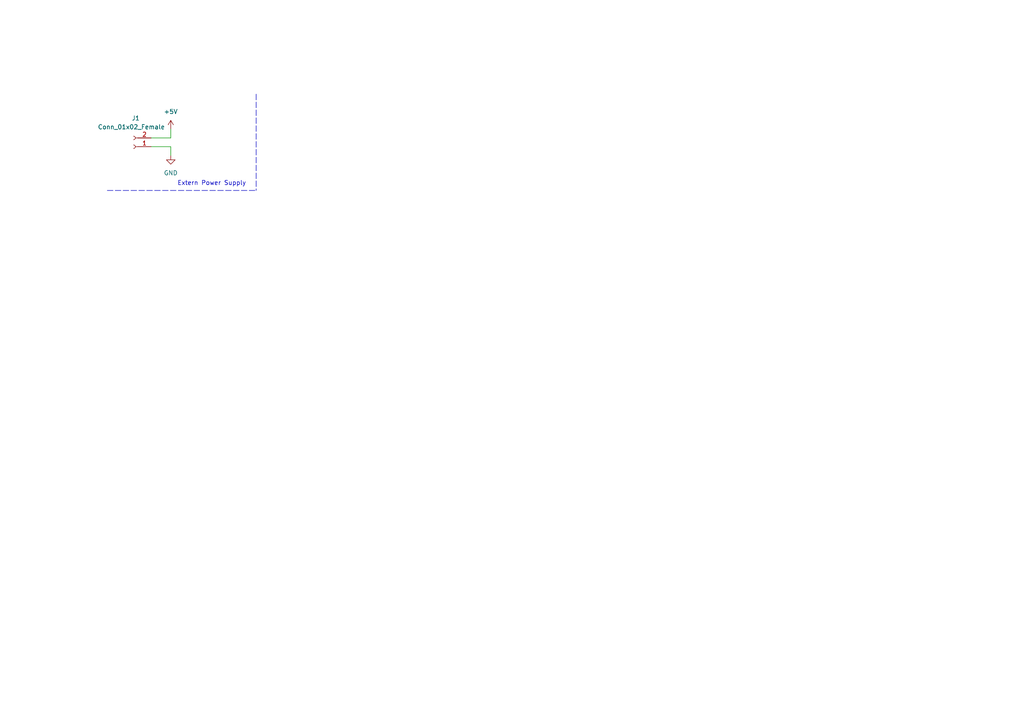
<source format=kicad_sch>
(kicad_sch (version 20211123) (generator eeschema)
  (paper "A4")
  (lib_symbols
    (symbol "Connector:Conn_01x02_Female" (pin_names (offset 1.016) hide)
      (property "Reference" "J" (at 0 2.54 0))
      (property "Value" "Conn_01x02_Female" (at 0 -5.08 0))
      (symbol "Conn_01x02_Female_1_1"
        (arc (start 0 -2.032) (mid -0.508 -2.54) (end 0 -3.048) (stroke (width 0.1524)))
        (polyline (pts (xy -1.27 -2.54) (xy -0.508 -2.54)) (stroke (width 0.1524)))
        (polyline (pts (xy -1.27 0) (xy -0.508 0)) (stroke (width 0.1524)))
        (arc (start 0 0.508) (mid -0.508 0) (end 0 -0.508) (stroke (width 0.1524)))
        (pin passive line (at -5.08 0 0) (length 3.81) (name "Pin_1") (number "1"))
        (pin passive line (at -5.08 -2.54 0) (length 3.81) (name "Pin_2") (number "2"))
      )
    )
    (symbol "power:+5V" (power) (pin_names (offset 0))
      (property "Value" "+5V" (at 0 3.556 0))
      (symbol "+5V_0_1"
        (polyline (pts (xy -0.762 1.27) (xy 0 2.54)))
        (polyline (pts (xy 0 0) (xy 0 2.54)))
        (polyline (pts (xy 0 2.54) (xy 0.762 1.27)))
      )
      (symbol "+5V_1_1"
        (pin power_in line (at 0 0 90) (length 0) hide (name "+5V") (number "1"))
      )
    )
    (symbol "power:GND" (power) (pin_names (offset 0))
      (property "Value" "GND" (at 0 -3.81 0))
      (symbol "GND_0_1"
        (polyline (pts (xy 0 0) (xy 0 -1.27) (xy 1.27 -1.27) (xy 0 -2.54) (xy -1.27 -1.27) (xy 0 -1.27)))
      )
      (symbol "GND_1_1"
        (pin power_in line (at 0 0 270) (length 0) hide (name "GND") (number "1"))
      )
    )
  )
  (wire (pts (xy 43.815 42.545) (xy 49.53 42.545)))
  (wire (pts (xy 49.53 42.545) (xy 49.53 45.085)))
  (wire (pts (xy 49.53 37.465) (xy 49.53 40.005)))
  (polyline (pts (xy 31.115 55.245) (xy 74.295 55.245)))
  (polyline (pts (xy 74.295 27.305) (xy 74.295 55.245)))
  (wire (pts (xy 43.815 40.005) (xy 49.53 40.005)))
  (text "Extern Power Supply" (at 51.435 53.975 0) (effects (font (size 1.27 1.27)) (justify left bottom)))
  (symbol (lib_id "power:GND") (at 49.53 45.085 0) (unit 1)
    (property "Reference" "#PWR016" (effects hide))
    (property "Value" "GND" (at 49.53 50.165 0))
  )
  (symbol (lib_id "power:+5V") (at 49.53 37.465 0) (unit 1)
    (property "Reference" "#PWR0102" (effects hide))
    (property "Value" "+5V" (at 49.53 32.385 0))
  )
  (symbol (lib_id "Connector:Conn_01x02_Female") (at 38.735 42.545 180) (unit 1)
    (property "Reference" "J1" (at 39.37 34.29 0))
    (property "Value" "Conn_01x02_Female" (at 38.1 36.83 0))
    (property "Footprint" "Connector_JST:JST_EH_B2B-EH-A_1x02_P2.50mm_Vertical" (effects hide))
  )
)
</source>
